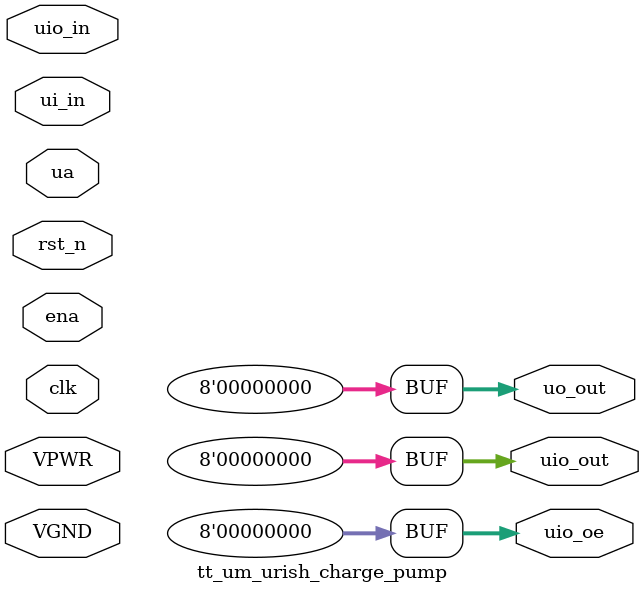
<source format=v>
module tt_um_urish_charge_pump(	// file.cleaned.mlir:2:3
  input        VGND,	// file.cleaned.mlir:2:41
               VPWR,	// file.cleaned.mlir:2:56
  input  [7:0] ui_in,	// file.cleaned.mlir:2:71
               uio_in,	// file.cleaned.mlir:2:87
  inout  [7:0] ua,	// file.cleaned.mlir:2:107
  input        ena,	// file.cleaned.mlir:2:120
               clk,	// file.cleaned.mlir:2:134
               rst_n,	// file.cleaned.mlir:2:148
  output [7:0] uo_out,	// file.cleaned.mlir:2:165
               uio_out,	// file.cleaned.mlir:2:182
               uio_oe	// file.cleaned.mlir:2:200
);

  assign uo_out = 8'h0;	// file.cleaned.mlir:3:14, :4:5
  assign uio_out = 8'h0;	// file.cleaned.mlir:3:14, :4:5
  assign uio_oe = 8'h0;	// file.cleaned.mlir:3:14, :4:5
endmodule


</source>
